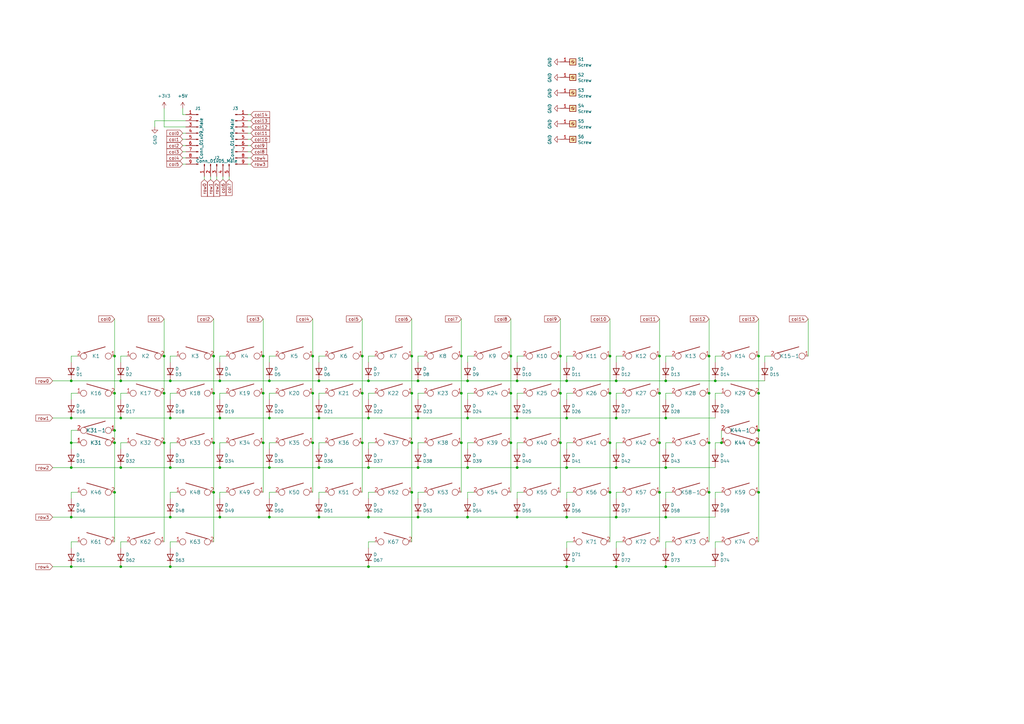
<source format=kicad_sch>
(kicad_sch (version 20211123) (generator eeschema)
  (paper "A3")
  (junction (at 189.23 181.61))
  (junction (at 189.23 161.29))
  (junction (at 191.77 191.77))
  (junction (at 273.05 191.77))
  (junction (at 252.73 232.41))
  (junction (at 87.63 146.05))
  (junction (at 110.49 212.09))
  (junction (at 273.05 212.09))
  (junction (at 130.81 191.77))
  (junction (at 191.77 171.45))
  (junction (at 171.45 191.77))
  (junction (at 69.85 171.45))
  (junction (at 252.73 156.21))
  (junction (at 168.91 181.61))
  (junction (at 46.99 201.93))
  (junction (at 191.77 156.21))
  (junction (at 49.53 156.21))
  (junction (at 290.83 201.93))
  (junction (at 250.19 161.29))
  (junction (at 107.95 146.05))
  (junction (at 311.15 146.05))
  (junction (at 209.55 181.61))
  (junction (at 168.91 161.29))
  (junction (at 128.27 146.05))
  (junction (at 295.91 181.61))
  (junction (at 151.13 232.41))
  (junction (at 311.15 201.93))
  (junction (at 168.91 146.05))
  (junction (at 87.63 161.29))
  (junction (at 90.17 191.77))
  (junction (at 311.15 176.53))
  (junction (at 130.81 171.45))
  (junction (at 110.49 191.77))
  (junction (at 87.63 181.61))
  (junction (at 270.51 201.93))
  (junction (at 168.91 201.93))
  (junction (at 46.99 161.29))
  (junction (at 69.85 191.77))
  (junction (at 128.27 161.29))
  (junction (at 29.21 232.41))
  (junction (at 46.99 146.05))
  (junction (at 90.17 212.09))
  (junction (at 69.85 232.41))
  (junction (at 273.05 232.41))
  (junction (at 290.83 146.05))
  (junction (at 209.55 161.29))
  (junction (at 311.15 181.61))
  (junction (at 67.31 146.05))
  (junction (at 270.51 161.29))
  (junction (at 232.41 191.77))
  (junction (at 87.63 201.93))
  (junction (at 29.21 156.21))
  (junction (at 128.27 181.61))
  (junction (at 250.19 181.61))
  (junction (at 90.17 171.45))
  (junction (at 67.31 181.61))
  (junction (at 212.09 156.21))
  (junction (at 171.45 156.21))
  (junction (at 110.49 171.45))
  (junction (at 232.41 212.09))
  (junction (at 232.41 156.21))
  (junction (at 229.87 161.29))
  (junction (at 229.87 181.61))
  (junction (at 49.53 232.41))
  (junction (at 293.37 156.21))
  (junction (at 69.85 212.09))
  (junction (at 252.73 191.77))
  (junction (at 148.59 181.61))
  (junction (at 270.51 146.05))
  (junction (at 250.19 201.93))
  (junction (at 69.85 156.21))
  (junction (at 232.41 232.41))
  (junction (at 189.23 146.05))
  (junction (at 191.77 212.09))
  (junction (at 29.21 212.09))
  (junction (at 130.81 212.09))
  (junction (at 110.49 156.21))
  (junction (at 212.09 212.09))
  (junction (at 229.87 146.05))
  (junction (at 252.73 212.09))
  (junction (at 273.05 171.45))
  (junction (at 49.53 171.45))
  (junction (at 290.83 161.29))
  (junction (at 212.09 171.45))
  (junction (at 171.45 171.45))
  (junction (at 46.99 181.61))
  (junction (at 273.05 156.21))
  (junction (at 148.59 161.29))
  (junction (at 151.13 212.09))
  (junction (at 67.31 161.29))
  (junction (at 90.17 156.21))
  (junction (at 171.45 212.09))
  (junction (at 151.13 156.21))
  (junction (at 290.83 181.61))
  (junction (at 107.95 161.29))
  (junction (at 212.09 191.77))
  (junction (at 29.21 171.45))
  (junction (at 130.81 156.21))
  (junction (at 270.51 181.61))
  (junction (at 151.13 191.77))
  (junction (at 311.15 161.29))
  (junction (at 148.59 146.05))
  (junction (at 29.21 191.77))
  (junction (at 252.73 171.45))
  (junction (at 232.41 171.45))
  (junction (at 151.13 171.45))
  (junction (at 49.53 191.77))
  (junction (at 209.55 146.05))
  (junction (at 29.21 181.61))
  (junction (at 46.99 176.53))
  (junction (at 107.95 181.61))
  (junction (at 250.19 146.05))
  (wire (pts (xy 49.53 163.83) (xy 49.53 161.29)))
  (wire (pts (xy 93.98 73.66) (xy 93.98 72.39)))
  (wire (pts (xy 151.13 212.09) (xy 171.45 212.09)))
  (wire (pts (xy 250.19 201.93) (xy 250.19 181.61)))
  (wire (pts (xy 29.21 146.05) (xy 31.75 146.05)))
  (wire (pts (xy 67.31 44.45) (xy 67.31 52.07)))
  (wire (pts (xy 69.85 191.77) (xy 49.53 191.77)))
  (wire (pts (xy 191.77 161.29) (xy 194.31 161.29)))
  (wire (pts (xy 102.87 57.15) (xy 101.6 57.15)))
  (wire (pts (xy 69.85 181.61) (xy 72.39 181.61)))
  (wire (pts (xy 189.23 161.29) (xy 189.23 181.61)))
  (wire (pts (xy 74.93 62.23) (xy 76.2 62.23)))
  (wire (pts (xy 191.77 181.61) (xy 194.31 181.61)))
  (wire (pts (xy 293.37 184.15) (xy 293.37 181.61)))
  (wire (pts (xy 110.49 148.59) (xy 110.49 146.05)))
  (wire (pts (xy 232.41 163.83) (xy 232.41 161.29)))
  (wire (pts (xy 212.09 171.45) (xy 232.41 171.45)))
  (wire (pts (xy 90.17 204.47) (xy 90.17 201.93)))
  (wire (pts (xy 69.85 156.21) (xy 90.17 156.21)))
  (wire (pts (xy 148.59 161.29) (xy 148.59 181.61)))
  (wire (pts (xy 151.13 156.21) (xy 171.45 156.21)))
  (wire (pts (xy 252.73 201.93) (xy 255.27 201.93)))
  (wire (pts (xy 331.47 130.81) (xy 331.47 146.05)))
  (wire (pts (xy 293.37 204.47) (xy 293.37 201.93)))
  (wire (pts (xy 69.85 163.83) (xy 69.85 161.29)))
  (wire (pts (xy 69.85 232.41) (xy 49.53 232.41)))
  (wire (pts (xy 311.15 176.53) (xy 311.15 181.61)))
  (wire (pts (xy 293.37 146.05) (xy 295.91 146.05)))
  (wire (pts (xy 252.73 204.47) (xy 252.73 201.93)))
  (wire (pts (xy 74.93 57.15) (xy 76.2 57.15)))
  (wire (pts (xy 252.73 222.25) (xy 255.27 222.25)))
  (wire (pts (xy 102.87 67.31) (xy 101.6 67.31)))
  (wire (pts (xy 311.15 130.81) (xy 311.15 146.05)))
  (wire (pts (xy 46.99 201.93) (xy 46.99 222.25)))
  (wire (pts (xy 102.87 46.99) (xy 101.6 46.99)))
  (wire (pts (xy 87.63 181.61) (xy 87.63 201.93)))
  (wire (pts (xy 130.81 163.83) (xy 130.81 161.29)))
  (wire (pts (xy 90.17 171.45) (xy 110.49 171.45)))
  (wire (pts (xy 189.23 181.61) (xy 189.23 201.93)))
  (wire (pts (xy 273.05 224.79) (xy 273.05 222.25)))
  (wire (pts (xy 46.99 146.05) (xy 46.99 161.29)))
  (wire (pts (xy 130.81 201.93) (xy 133.35 201.93)))
  (wire (pts (xy 293.37 161.29) (xy 295.91 161.29)))
  (wire (pts (xy 191.77 212.09) (xy 212.09 212.09)))
  (wire (pts (xy 171.45 201.93) (xy 173.99 201.93)))
  (wire (pts (xy 87.63 161.29) (xy 87.63 181.61)))
  (wire (pts (xy 171.45 171.45) (xy 191.77 171.45)))
  (wire (pts (xy 29.21 171.45) (xy 49.53 171.45)))
  (wire (pts (xy 110.49 163.83) (xy 110.49 161.29)))
  (wire (pts (xy 90.17 146.05) (xy 92.71 146.05)))
  (wire (pts (xy 270.51 146.05) (xy 270.51 161.29)))
  (wire (pts (xy 83.82 73.66) (xy 83.82 72.39)))
  (wire (pts (xy 252.73 161.29) (xy 255.27 161.29)))
  (wire (pts (xy 191.77 191.77) (xy 171.45 191.77)))
  (wire (pts (xy 168.91 146.05) (xy 168.91 130.81)))
  (wire (pts (xy 49.53 222.25) (xy 52.07 222.25)))
  (wire (pts (xy 171.45 146.05) (xy 173.99 146.05)))
  (wire (pts (xy 130.81 148.59) (xy 130.81 146.05)))
  (wire (pts (xy 293.37 201.93) (xy 295.91 201.93)))
  (wire (pts (xy 107.95 146.05) (xy 107.95 161.29)))
  (wire (pts (xy 290.83 146.05) (xy 290.83 130.81)))
  (wire (pts (xy 31.75 161.29) (xy 29.21 161.29)))
  (wire (pts (xy 151.13 204.47) (xy 151.13 201.93)))
  (wire (pts (xy 273.05 201.93) (xy 275.59 201.93)))
  (wire (pts (xy 171.45 191.77) (xy 151.13 191.77)))
  (wire (pts (xy 91.44 73.66) (xy 91.44 72.39)))
  (wire (pts (xy 74.93 64.77) (xy 76.2 64.77)))
  (wire (pts (xy 311.15 161.29) (xy 311.15 176.53)))
  (wire (pts (xy 21.59 171.45) (xy 29.21 171.45)))
  (wire (pts (xy 148.59 146.05) (xy 148.59 161.29)))
  (wire (pts (xy 151.13 201.93) (xy 153.67 201.93)))
  (wire (pts (xy 191.77 146.05) (xy 194.31 146.05)))
  (wire (pts (xy 130.81 171.45) (xy 151.13 171.45)))
  (wire (pts (xy 148.59 181.61) (xy 148.59 201.93)))
  (wire (pts (xy 212.09 212.09) (xy 232.41 212.09)))
  (wire (pts (xy 21.59 156.21) (xy 29.21 156.21)))
  (wire (pts (xy 313.69 146.05) (xy 316.23 146.05)))
  (wire (pts (xy 229.87 146.05) (xy 229.87 161.29)))
  (wire (pts (xy 67.31 52.07) (xy 76.2 52.07)))
  (wire (pts (xy 88.9 73.66) (xy 88.9 72.39)))
  (wire (pts (xy 29.21 224.79) (xy 29.21 222.25)))
  (wire (pts (xy 232.41 201.93) (xy 234.95 201.93)))
  (wire (pts (xy 252.73 184.15) (xy 252.73 181.61)))
  (wire (pts (xy 90.17 161.29) (xy 92.71 161.29)))
  (wire (pts (xy 130.81 191.77) (xy 110.49 191.77)))
  (wire (pts (xy 90.17 201.93) (xy 92.71 201.93)))
  (wire (pts (xy 151.13 222.25) (xy 153.67 222.25)))
  (wire (pts (xy 90.17 184.15) (xy 90.17 181.61)))
  (wire (pts (xy 252.73 163.83) (xy 252.73 161.29)))
  (wire (pts (xy 69.85 148.59) (xy 69.85 146.05)))
  (wire (pts (xy 252.73 232.41) (xy 232.41 232.41)))
  (wire (pts (xy 31.75 176.53) (xy 29.21 176.53)))
  (wire (pts (xy 49.53 171.45) (xy 69.85 171.45)))
  (wire (pts (xy 151.13 224.79) (xy 151.13 222.25)))
  (wire (pts (xy 151.13 171.45) (xy 171.45 171.45)))
  (wire (pts (xy 29.21 176.53) (xy 29.21 181.61)))
  (wire (pts (xy 191.77 171.45) (xy 212.09 171.45)))
  (wire (pts (xy 191.77 201.93) (xy 194.31 201.93)))
  (wire (pts (xy 209.55 146.05) (xy 209.55 130.81)))
  (wire (pts (xy 49.53 184.15) (xy 49.53 181.61)))
  (wire (pts (xy 171.45 212.09) (xy 191.77 212.09)))
  (wire (pts (xy 151.13 163.83) (xy 151.13 161.29)))
  (wire (pts (xy 67.31 181.61) (xy 67.31 222.25)))
  (wire (pts (xy 86.36 73.66) (xy 86.36 72.39)))
  (wire (pts (xy 232.41 224.79) (xy 232.41 222.25)))
  (wire (pts (xy 29.21 156.21) (xy 49.53 156.21)))
  (wire (pts (xy 128.27 161.29) (xy 128.27 146.05)))
  (wire (pts (xy 293.37 163.83) (xy 293.37 161.29)))
  (wire (pts (xy 46.99 161.29) (xy 46.99 176.53)))
  (wire (pts (xy 252.73 181.61) (xy 255.27 181.61)))
  (wire (pts (xy 313.69 148.59) (xy 313.69 146.05)))
  (wire (pts (xy 87.63 130.81) (xy 87.63 146.05)))
  (wire (pts (xy 311.15 181.61) (xy 311.15 201.93)))
  (wire (pts (xy 110.49 204.47) (xy 110.49 201.93)))
  (wire (pts (xy 212.09 184.15) (xy 212.09 181.61)))
  (wire (pts (xy 130.81 146.05) (xy 133.35 146.05)))
  (wire (pts (xy 232.41 184.15) (xy 232.41 181.61)))
  (wire (pts (xy 107.95 130.81) (xy 107.95 146.05)))
  (wire (pts (xy 130.81 184.15) (xy 130.81 181.61)))
  (wire (pts (xy 29.21 181.61) (xy 31.75 181.61)))
  (wire (pts (xy 128.27 146.05) (xy 128.27 130.81)))
  (wire (pts (xy 63.5 49.53) (xy 76.2 49.53)))
  (wire (pts (xy 110.49 201.93) (xy 113.03 201.93)))
  (wire (pts (xy 293.37 181.61) (xy 295.91 181.61)))
  (wire (pts (xy 49.53 146.05) (xy 52.07 146.05)))
  (wire (pts (xy 49.53 224.79) (xy 49.53 222.25)))
  (wire (pts (xy 191.77 148.59) (xy 191.77 146.05)))
  (wire (pts (xy 171.45 163.83) (xy 171.45 161.29)))
  (wire (pts (xy 69.85 171.45) (xy 90.17 171.45)))
  (wire (pts (xy 293.37 222.25) (xy 295.91 222.25)))
  (wire (pts (xy 252.73 146.05) (xy 255.27 146.05)))
  (wire (pts (xy 273.05 148.59) (xy 273.05 146.05)))
  (wire (pts (xy 148.59 130.81) (xy 148.59 146.05)))
  (wire (pts (xy 270.51 161.29) (xy 270.51 181.61)))
  (wire (pts (xy 107.95 181.61) (xy 107.95 201.93)))
  (wire (pts (xy 212.09 161.29) (xy 214.63 161.29)))
  (wire (pts (xy 252.73 224.79) (xy 252.73 222.25)))
  (wire (pts (xy 293.37 156.21) (xy 313.69 156.21)))
  (wire (pts (xy 67.31 161.29) (xy 67.31 146.05)))
  (wire (pts (xy 273.05 156.21) (xy 293.37 156.21)))
  (wire (pts (xy 212.09 204.47) (xy 212.09 201.93)))
  (wire (pts (xy 130.81 204.47) (xy 130.81 201.93)))
  (wire (pts (xy 212.09 148.59) (xy 212.09 146.05)))
  (wire (pts (xy 110.49 146.05) (xy 113.03 146.05)))
  (wire (pts (xy 209.55 161.29) (xy 209.55 146.05)))
  (wire (pts (xy 293.37 148.59) (xy 293.37 146.05)))
  (wire (pts (xy 212.09 201.93) (xy 214.63 201.93)))
  (wire (pts (xy 232.41 148.59) (xy 232.41 146.05)))
  (wire (pts (xy 250.19 161.29) (xy 250.19 146.05)))
  (wire (pts (xy 273.05 171.45) (xy 293.37 171.45)))
  (wire (pts (xy 171.45 184.15) (xy 171.45 181.61)))
  (wire (pts (xy 130.81 156.21) (xy 151.13 156.21)))
  (wire (pts (xy 191.77 184.15) (xy 191.77 181.61)))
  (wire (pts (xy 67.31 146.05) (xy 67.31 130.81)))
  (wire (pts (xy 212.09 191.77) (xy 191.77 191.77)))
  (wire (pts (xy 87.63 201.93) (xy 87.63 222.25)))
  (wire (pts (xy 102.87 59.69) (xy 101.6 59.69)))
  (wire (pts (xy 90.17 181.61) (xy 92.71 181.61)))
  (wire (pts (xy 102.87 54.61) (xy 101.6 54.61)))
  (wire (pts (xy 102.87 49.53) (xy 101.6 49.53)))
  (wire (pts (xy 74.93 59.69) (xy 76.2 59.69)))
  (wire (pts (xy 69.85 204.47) (xy 69.85 201.93)))
  (wire (pts (xy 151.13 146.05) (xy 153.67 146.05)))
  (wire (pts (xy 189.23 130.81) (xy 189.23 146.05)))
  (wire (pts (xy 102.87 64.77) (xy 101.6 64.77)))
  (wire (pts (xy 69.85 212.09) (xy 90.17 212.09)))
  (wire (pts (xy 21.59 212.09) (xy 29.21 212.09)))
  (wire (pts (xy 110.49 212.09) (xy 130.81 212.09)))
  (wire (pts (xy 90.17 156.21) (xy 110.49 156.21)))
  (wire (pts (xy 273.05 184.15) (xy 273.05 181.61)))
  (wire (pts (xy 252.73 148.59) (xy 252.73 146.05)))
  (wire (pts (xy 90.17 191.77) (xy 69.85 191.77)))
  (wire (pts (xy 273.05 191.77) (xy 252.73 191.77)))
  (wire (pts (xy 151.13 191.77) (xy 130.81 191.77)))
  (wire (pts (xy 128.27 181.61) (xy 128.27 161.29)))
  (wire (pts (xy 209.55 201.93) (xy 209.55 181.61)))
  (wire (pts (xy 69.85 161.29) (xy 72.39 161.29)))
  (wire (pts (xy 232.41 204.47) (xy 232.41 201.93)))
  (wire (pts (xy 63.5 52.07) (xy 63.5 49.53)))
  (wire (pts (xy 46.99 130.81) (xy 46.99 146.05)))
  (wire (pts (xy 229.87 130.81) (xy 229.87 146.05)))
  (wire (pts (xy 273.05 232.41) (xy 252.73 232.41)))
  (wire (pts (xy 212.09 181.61) (xy 214.63 181.61)))
  (wire (pts (xy 46.99 176.53) (xy 46.99 181.61)))
  (wire (pts (xy 229.87 161.29) (xy 229.87 181.61)))
  (wire (pts (xy 29.21 161.29) (xy 29.21 163.83)))
  (wire (pts (xy 232.41 146.05) (xy 234.95 146.05)))
  (wire (pts (xy 290.83 181.61) (xy 290.83 161.29)))
  (wire (pts (xy 151.13 184.15) (xy 151.13 181.61)))
  (wire (pts (xy 232.41 181.61) (xy 234.95 181.61)))
  (wire (pts (xy 290.83 201.93) (xy 290.83 222.25)))
  (wire (pts (xy 151.13 232.41) (xy 232.41 232.41)))
  (wire (pts (xy 69.85 222.25) (xy 72.39 222.25)))
  (wire (pts (xy 29.21 191.77) (xy 21.59 191.77)))
  (wire (pts (xy 151.13 232.41) (xy 69.85 232.41)))
  (wire (pts (xy 191.77 163.83) (xy 191.77 161.29)))
  (wire (pts (xy 69.85 184.15) (xy 69.85 181.61)))
  (wire (pts (xy 171.45 148.59) (xy 171.45 146.05)))
  (wire (pts (xy 209.55 181.61) (xy 209.55 161.29)))
  (wire (pts (xy 171.45 156.21) (xy 191.77 156.21)))
  (wire (pts (xy 29.21 201.93) (xy 31.75 201.93)))
  (wire (pts (xy 273.05 222.25) (xy 275.59 222.25)))
  (wire (pts (xy 130.81 161.29) (xy 133.35 161.29)))
  (wire (pts (xy 252.73 212.09) (xy 273.05 212.09)))
  (wire (pts (xy 273.05 146.05) (xy 275.59 146.05)))
  (wire (pts (xy 168.91 161.29) (xy 168.91 146.05)))
  (wire (pts (xy 232.41 191.77) (xy 212.09 191.77)))
  (wire (pts (xy 232.41 161.29) (xy 234.95 161.29)))
  (wire (pts (xy 151.13 148.59) (xy 151.13 146.05)))
  (wire (pts (xy 90.17 212.09) (xy 110.49 212.09)))
  (wire (pts (xy 212.09 146.05) (xy 214.63 146.05)))
  (wire (pts (xy 232.41 156.21) (xy 252.73 156.21)))
  (wire (pts (xy 110.49 191.77) (xy 90.17 191.77)))
  (wire (pts (xy 311.15 146.05) (xy 311.15 161.29)))
  (wire (pts (xy 171.45 204.47) (xy 171.45 201.93)))
  (wire (pts (xy 90.17 163.83) (xy 90.17 161.29)))
  (wire (pts (xy 191.77 156.21) (xy 212.09 156.21)))
  (wire (pts (xy 252.73 156.21) (xy 273.05 156.21)))
  (wire (pts (xy 168.91 201.93) (xy 168.91 181.61)))
  (wire (pts (xy 212.09 156.21) (xy 232.41 156.21)))
  (wire (pts (xy 229.87 181.61) (xy 229.87 201.93)))
  (wire (pts (xy 110.49 181.61) (xy 113.03 181.61)))
  (wire (pts (xy 49.53 148.59) (xy 49.53 146.05)))
  (wire (pts (xy 273.05 161.29) (xy 275.59 161.29)))
  (wire (pts (xy 191.77 204.47) (xy 191.77 201.93)))
  (wire (pts (xy 232.41 222.25) (xy 234.95 222.25)))
  (wire (pts (xy 90.17 148.59) (xy 90.17 146.05)))
  (wire (pts (xy 110.49 156.21) (xy 130.81 156.21)))
  (wire (pts (xy 151.13 181.61) (xy 153.67 181.61)))
  (wire (pts (xy 29.21 212.09) (xy 69.85 212.09)))
  (wire (pts (xy 293.37 224.79) (xy 293.37 222.25)))
  (wire (pts (xy 130.81 212.09) (xy 151.13 212.09)))
  (wire (pts (xy 250.19 222.25) (xy 250.19 201.93)))
  (wire (pts (xy 74.93 46.99) (xy 76.2 46.99)))
  (wire (pts (xy 168.91 181.61) (xy 168.91 161.29)))
  (wire (pts (xy 290.83 181.61) (xy 290.83 201.93)))
  (wire (pts (xy 290.83 161.29) (xy 290.83 146.05)))
  (wire (pts (xy 252.73 191.77) (xy 232.41 191.77)))
  (wire (pts (xy 293.37 191.77) (xy 273.05 191.77)))
  (wire (pts (xy 130.81 181.61) (xy 133.35 181.61)))
  (wire (pts (xy 69.85 201.93) (xy 72.39 201.93)))
  (wire (pts (xy 69.85 224.79) (xy 69.85 222.25)))
  (wire (pts (xy 270.51 201.93) (xy 270.51 222.25)))
  (wire (pts (xy 270.51 130.81) (xy 270.51 146.05)))
  (wire (pts (xy 110.49 161.29) (xy 113.03 161.29)))
  (wire (pts (xy 67.31 181.61) (xy 67.31 161.29)))
  (wire (pts (xy 189.23 146.05) (xy 189.23 161.29)))
  (wire (pts (xy 29.21 184.15) (xy 29.21 181.61)))
  (wire (pts (xy 49.53 232.41) (xy 29.21 232.41)))
  (wire (pts (xy 49.53 161.29) (xy 52.07 161.29)))
  (wire (pts (xy 151.13 161.29) (xy 153.67 161.29)))
  (wire (pts (xy 46.99 181.61) (xy 46.99 201.93)))
  (wire (pts (xy 212.09 163.83) (xy 212.09 161.29)))
  (wire (pts (xy 29.21 148.59) (xy 29.21 146.05)))
  (wire (pts (xy 29.21 232.41) (xy 21.59 232.41)))
  (wire (pts (xy 171.45 161.29) (xy 173.99 161.29)))
  (wire (pts (xy 273.05 204.47) (xy 273.05 201.93)))
  (wire (pts (xy 29.21 204.47) (xy 29.21 201.93)))
  (wire (pts (xy 49.53 191.77) (xy 29.21 191.77)))
  (wire (pts (xy 250.19 181.61) (xy 250.19 161.29)))
  (wire (pts (xy 102.87 62.23) (xy 101.6 62.23)))
  (wire (pts (xy 232.41 212.09) (xy 252.73 212.09)))
  (wire (pts (xy 87.63 146.05) (xy 87.63 161.29)))
  (wire (pts (xy 49.53 181.61) (xy 52.07 181.61)))
  (wire (pts (xy 293.37 232.41) (xy 273.05 232.41)))
  (wire (pts (xy 110.49 171.45) (xy 130.81 171.45)))
  (wire (pts (xy 74.93 67.31) (xy 76.2 67.31)))
  (wire (pts (xy 311.15 201.93) (xy 311.15 222.25)))
  (wire (pts (xy 29.21 222.25) (xy 31.75 222.25)))
  (wire (pts (xy 69.85 146.05) (xy 72.39 146.05)))
  (wire (pts (xy 74.93 44.45) (xy 74.93 46.99)))
  (wire (pts (xy 270.51 181.61) (xy 270.51 201.93)))
  (wire (pts (xy 110.49 184.15) (xy 110.49 181.61)))
  (wire (pts (xy 273.05 212.09) (xy 293.37 212.09)))
  (wire (pts (xy 252.73 171.45) (xy 273.05 171.45)))
  (wire (pts (xy 232.41 171.45) (xy 252.73 171.45)))
  (wire (pts (xy 273.05 181.61) (xy 275.59 181.61)))
  (wire (pts (xy 107.95 161.29) (xy 107.95 181.61)))
  (wire (pts (xy 250.19 146.05) (xy 250.19 130.81)))
  (wire (pts (xy 171.45 181.61) (xy 173.99 181.61)))
  (wire (pts (xy 102.87 52.07) (xy 101.6 52.07)))
  (wire (pts (xy 74.93 54.61) (xy 76.2 54.61)))
  (wire (pts (xy 168.91 201.93) (xy 168.91 222.25)))
  (wire (pts (xy 128.27 201.93) (xy 128.27 181.61)))
  (wire (pts (xy 273.05 163.83) (xy 273.05 161.29)))
  (wire (pts (xy 49.53 156.21) (xy 69.85 156.21)))
  (wire (pts (xy 295.91 176.53) (xy 295.91 181.61)))
  (global_label "col8" (shape input) (at 209.55 130.81 180) (property "Intersheet References" "${INTERSHEET_REFS}" (effects hide)))
  (global_label "col13" (shape input) (at 311.15 130.81 180) (property "Intersheet References" "${INTERSHEET_REFS}" (effects hide)))
  (global_label "col4" (shape input) (at 128.27 130.81 180) (property "Intersheet References" "${INTERSHEET_REFS}" (effects hide)))
  (global_label "col8" (shape input) (at 102.87 62.23 0) (property "Intersheet References" "${INTERSHEET_REFS}" (effects hide)))
  (global_label "col11" (shape input) (at 102.87 54.61 0) (property "Intersheet References" "${INTERSHEET_REFS}" (effects hide)))
  (global_label "col12" (shape input) (at 290.83 130.81 180) (property "Intersheet References" "${INTERSHEET_REFS}" (effects hide)))
  (global_label "row2" (shape input) (at 88.9 73.66 270) (property "Intersheet References" "${INTERSHEET_REFS}" (effects hide)))
  (global_label "row4" (shape input) (at 102.87 64.77 0) (property "Intersheet References" "${INTERSHEET_REFS}" (effects hide)))
  (global_label "col10" (shape input) (at 250.19 130.81 180) (property "Intersheet References" "${INTERSHEET_REFS}" (effects hide)))
  (global_label "col0" (shape input) (at 46.99 130.81 180) (property "Intersheet References" "${INTERSHEET_REFS}" (effects hide)))
  (global_label "col10" (shape input) (at 102.87 57.15 0) (property "Intersheet References" "${INTERSHEET_REFS}" (effects hide)))
  (global_label "col6" (shape input) (at 168.91 130.81 180) (property "Intersheet References" "${INTERSHEET_REFS}" (effects hide)))
  (global_label "row1" (shape input) (at 21.59 171.45 180) (property "Intersheet References" "${INTERSHEET_REFS}" (effects hide)))
  (global_label "col7" (shape input) (at 189.23 130.81 180) (property "Intersheet References" "${INTERSHEET_REFS}" (effects hide)))
  (global_label "col4" (shape input) (at 74.93 64.77 180) (property "Intersheet References" "${INTERSHEET_REFS}" (effects hide)))
  (global_label "row2" (shape input) (at 21.59 191.77 180) (property "Intersheet References" "${INTERSHEET_REFS}" (effects hide)))
  (global_label "row3" (shape input) (at 21.59 212.09 180) (property "Intersheet References" "${INTERSHEET_REFS}" (effects hide)))
  (global_label "col3" (shape input) (at 107.95 130.81 180) (property "Intersheet References" "${INTERSHEET_REFS}" (effects hide)))
  (global_label "col1" (shape input) (at 74.93 57.15 180) (property "Intersheet References" "${INTERSHEET_REFS}" (effects hide)))
  (global_label "row4" (shape input) (at 21.59 232.41 180) (property "Intersheet References" "${INTERSHEET_REFS}" (effects hide)))
  (global_label "col6" (shape input) (at 91.44 73.66 270) (property "Intersheet References" "${INTERSHEET_REFS}" (effects hide)))
  (global_label "col12" (shape input) (at 102.87 52.07 0) (property "Intersheet References" "${INTERSHEET_REFS}" (effects hide)))
  (global_label "col0" (shape input) (at 74.93 54.61 180) (property "Intersheet References" "${INTERSHEET_REFS}" (effects hide)))
  (global_label "row0" (shape input) (at 83.82 73.66 270) (property "Intersheet References" "${INTERSHEET_REFS}" (effects hide)))
  (global_label "col2" (shape input) (at 74.93 59.69 180) (property "Intersheet References" "${INTERSHEET_REFS}" (effects hide)))
  (global_label "col11" (shape input) (at 270.51 130.81 180) (property "Intersheet References" "${INTERSHEET_REFS}" (effects hide)))
  (global_label "col14" (shape input) (at 331.47 130.81 180) (property "Intersheet References" "${INTERSHEET_REFS}" (effects hide)))
  (global_label "col14" (shape input) (at 102.87 46.99 0) (property "Intersheet References" "${INTERSHEET_REFS}" (effects hide)))
  (global_label "col2" (shape input) (at 87.63 130.81 180) (property "Intersheet References" "${INTERSHEET_REFS}" (effects hide)))
  (global_label "col5" (shape input) (at 74.93 67.31 180) (property "Intersheet References" "${INTERSHEET_REFS}" (effects hide)))
  (global_label "col5" (shape input) (at 148.59 130.81 180) (property "Intersheet References" "${INTERSHEET_REFS}" (effects hide)))
  (global_label "col7" (shape input) (at 93.98 73.66 270) (property "Intersheet References" "${INTERSHEET_REFS}" (effects hide)))
  (global_label "col9" (shape input) (at 102.87 59.69 0) (property "Intersheet References" "${INTERSHEET_REFS}" (effects hide)))
  (global_label "col1" (shape input) (at 67.31 130.81 180) (property "Intersheet References" "${INTERSHEET_REFS}" (effects hide)))
  (global_label "row0" (shape input) (at 21.59 156.21 180) (property "Intersheet References" "${INTERSHEET_REFS}" (effects hide)))
  (global_label "row1" (shape input) (at 86.36 73.66 270) (property "Intersheet References" "${INTERSHEET_REFS}" (effects hide)))
  (global_label "col3" (shape input) (at 74.93 62.23 180) (property "Intersheet References" "${INTERSHEET_REFS}" (effects hide)))
  (global_label "col9" (shape input) (at 229.87 130.81 180) (property "Intersheet References" "${INTERSHEET_REFS}" (effects hide)))
  (global_label "col13" (shape input) (at 102.87 49.53 0) (property "Intersheet References" "${INTERSHEET_REFS}" (effects hide)))
  (global_label "row3" (shape input) (at 102.87 67.31 0) (property "Intersheet References" "${INTERSHEET_REFS}" (effects hide)))
  (symbol (lib_id "Connector:Screw_Terminal_01x01") (at 234.95 25.4 0) (unit 1)
    (property "Reference" "S1" (at 236.982 24.3332 0) (effects (justify left)))
    (property "Value" "Screw" (at 236.982 26.6446 0) (effects (justify left)))
    (property "Footprint" "footprints:5.5_5x2.5mm" (effects hide))
  )
  (symbol (lib_id "Power:GND") (at 229.87 25.4 270) (unit 1)
    (property "Reference" "#PWR0114" (effects hide))
    (property "Value" "GND" (at 225.4758 25.527 0))
  )
  (symbol (lib_id "Connector:Screw_Terminal_01x01") (at 234.95 31.75 0) (unit 1)
    (property "Reference" "S2" (at 236.982 30.6832 0) (effects (justify left)))
    (property "Value" "Screw" (at 236.982 32.9946 0) (effects (justify left)))
    (property "Footprint" "footprints:5.5_5x2.5mm" (effects hide))
  )
  (symbol (lib_id "Power:GND") (at 229.87 31.75 270) (unit 1)
    (property "Reference" "#PWR0115" (effects hide))
    (property "Value" "GND" (at 225.4758 31.877 0))
  )
  (symbol (lib_id "Connector:Screw_Terminal_01x01") (at 234.95 38.1 0) (unit 1)
    (property "Reference" "S3" (at 236.982 37.0332 0) (effects (justify left)))
    (property "Value" "Screw" (at 236.982 39.3446 0) (effects (justify left)))
    (property "Footprint" "MountingHole:MountingHole_2.2mm_M2_Pad_TopOnly" (effects hide))
  )
  (symbol (lib_id "Power:GND") (at 229.87 38.1 270) (unit 1)
    (property "Reference" "#PWR0116" (effects hide))
    (property "Value" "GND" (at 225.4758 38.227 0))
  )
  (symbol (lib_id "Connector:Screw_Terminal_01x01") (at 234.95 44.45 0) (unit 1)
    (property "Reference" "S4" (at 236.982 43.3832 0) (effects (justify left)))
    (property "Value" "Screw" (at 236.982 45.6946 0) (effects (justify left)))
    (property "Footprint" "footprints:10x5_7x2.5mm" (effects hide))
  )
  (symbol (lib_id "Power:GND") (at 229.87 44.45 270) (unit 1)
    (property "Reference" "#PWR0117" (effects hide))
    (property "Value" "GND" (at 225.4758 44.577 0))
  )
  (symbol (lib_id "Connector:Screw_Terminal_01x01") (at 234.95 50.8 0) (unit 1)
    (property "Reference" "S5" (at 236.982 49.7332 0) (effects (justify left)))
    (property "Value" "Screw" (at 236.982 52.0446 0) (effects (justify left)))
    (property "Footprint" "footprints:10x5_7x2.5mm" (effects hide))
  )
  (symbol (lib_id "Power:GND") (at 229.87 50.8 270) (unit 1)
    (property "Reference" "#PWR0118" (effects hide))
    (property "Value" "GND" (at 225.4758 50.927 0))
  )
  (symbol (lib_id "Power:GND") (at 63.5 52.07 0) (unit 1)
    (property "Reference" "#PWR0111" (effects hide))
    (property "Value" "GND" (at 63.627 55.3212 90) (effects (justify right)))
  )
  (symbol (lib_id "Connector:Screw_Terminal_01x01") (at 234.95 57.15 0) (unit 1)
    (property "Reference" "S6" (at 236.982 56.0832 0) (effects (justify left)))
    (property "Value" "Screw" (at 236.982 58.3946 0) (effects (justify left)))
    (property "Footprint" "footprints:5.5_5x2.5mm" (effects hide))
  )
  (symbol (lib_id "Power:GND") (at 229.87 57.15 270) (unit 1)
    (property "Reference" "#PWR0119" (effects hide))
    (property "Value" "GND" (at 225.4758 57.277 0))
  )
  (symbol (lib_id "keyboard_parts:KEYSW") (at 39.37 146.05 0) (unit 1)
    (property "Reference" "K1" (at 39.37 146.05 0) (effects (font (size 1.524 1.524))))
    (property "Value" "KEYSW" (effects hide))
    (property "Footprint" "Switch_Keyboard_Hotswap_Kailh_mine:SW_Hotswap_Kailh_Choc_V2_1.00u" (effects hide))
  )
  (symbol (lib_id "Device:D") (at 29.21 152.4 270) (mirror x) (unit 1)
    (property "Reference" "D1" (at 31.2166 153.5684 90) (effects (justify left)))
    (property "Value" "D" (at 31.2166 151.257 90) (effects (justify left)))
    (property "Footprint" "Diode_SMD:D_0805_2012Metric" (effects hide))
  )
  (symbol (lib_id "keyboard_parts:KEYSW") (at 59.69 146.05 0) (mirror y) (unit 1)
    (property "Reference" "K2" (at 59.69 146.05 0) (effects (font (size 1.524 1.524))))
    (property "Value" "KEYSW" (effects hide))
    (property "Footprint" "Switch_Keyboard_Hotswap_Kailh_mine:SW_Hotswap_Kailh_Choc_V2_1.00u" (effects hide))
  )
  (symbol (lib_id "Device:D") (at 49.53 152.4 270) (mirror x) (unit 1)
    (property "Reference" "D2" (at 51.5366 153.5684 90) (effects (justify left)))
    (property "Value" "D" (at 51.5366 151.257 90) (effects (justify left)))
    (property "Footprint" "Diode_SMD:D_0805_2012Metric" (effects hide))
  )
  (symbol (lib_id "keyboard_parts:KEYSW") (at 80.01 146.05 0) (mirror y) (unit 1)
    (property "Reference" "K3" (at 80.01 146.05 0) (effects (font (size 1.524 1.524))))
    (property "Value" "KEYSW" (effects hide))
    (property "Footprint" "Switch_Keyboard_Hotswap_Kailh_mine:SW_Hotswap_Kailh_Choc_V2_1.00u" (effects hide))
  )
  (symbol (lib_id "Device:D") (at 69.85 152.4 270) (mirror x) (unit 1)
    (property "Reference" "D3" (at 71.8566 153.5684 90) (effects (justify left)))
    (property "Value" "D" (at 71.8566 151.257 90) (effects (justify left)))
    (property "Footprint" "Diode_SMD:D_0805_2012Metric" (effects hide))
  )
  (symbol (lib_id "keyboard_parts:KEYSW") (at 100.33 146.05 0) (unit 1)
    (property "Reference" "K4" (at 100.33 146.05 0) (effects (font (size 1.524 1.524))))
    (property "Value" "KEYSW" (effects hide))
    (property "Footprint" "Switch_Keyboard_Hotswap_Kailh_mine:SW_Hotswap_Kailh_Choc_V2_1.00u" (effects hide))
  )
  (symbol (lib_id "Device:D") (at 90.17 152.4 270) (mirror x) (unit 1)
    (property "Reference" "D4" (at 92.1766 153.5684 90) (effects (justify left)))
    (property "Value" "D" (at 92.1766 151.257 90) (effects (justify left)))
    (property "Footprint" "Diode_SMD:D_0805_2012Metric" (effects hide))
  )
  (symbol (lib_id "keyboard_parts:KEYSW") (at 120.65 146.05 0) (unit 1)
    (property "Reference" "K5" (at 120.65 146.05 0) (effects (font (size 1.524 1.524))))
    (property "Value" "KEYSW" (effects hide))
    (property "Footprint" "Switch_Keyboard_Hotswap_Kailh_mine:SW_Hotswap_Kailh_Choc_V2_1.00u" (effects hide))
  )
  (symbol (lib_id "Device:D") (at 110.49 152.4 270) (mirror x) (unit 1)
    (property "Reference" "D5" (at 112.4966 153.5684 90) (effects (justify left)))
    (property "Value" "D" (at 112.4966 151.257 90) (effects (justify left)))
    (property "Footprint" "Diode_SMD:D_0805_2012Metric" (effects hide))
  )
  (symbol (lib_id "keyboard_parts:KEYSW") (at 140.97 146.05 0) (unit 1)
    (property "Reference" "K6" (at 140.97 146.05 0) (effects (font (size 1.524 1.524))))
    (property "Value" "KEYSW" (effects hide))
    (property "Footprint" "Switch_Keyboard_Hotswap_Kailh_mine:SW_Hotswap_Kailh_Choc_V2_1.00u" (effects hide))
  )
  (symbol (lib_id "Device:D") (at 130.81 152.4 270) (mirror x) (unit 1)
    (property "Reference" "D6" (at 132.8166 153.5684 90) (effects (justify left)))
    (property "Value" "D" (at 132.8166 151.257 90) (effects (justify left)))
    (property "Footprint" "Diode_SMD:D_0805_2012Metric" (effects hide))
  )
  (symbol (lib_id "keyboard_parts:KEYSW") (at 161.29 146.05 0) (unit 1)
    (property "Reference" "K7" (at 161.29 146.05 0) (effects (font (size 1.524 1.524))))
    (property "Value" "KEYSW" (effects hide))
    (property "Footprint" "Switch_Keyboard_Hotswap_Kailh_mine:SW_Hotswap_Kailh_Choc_V2_1.00u" (effects hide))
  )
  (symbol (lib_id "Device:D") (at 151.13 152.4 270) (mirror x) (unit 1)
    (property "Reference" "D7" (at 153.1366 153.5684 90) (effects (justify left)))
    (property "Value" "D" (at 153.1366 151.257 90) (effects (justify left)))
    (property "Footprint" "Diode_SMD:D_0805_2012Metric" (effects hide))
  )
  (symbol (lib_id "keyboard_parts:KEYSW") (at 181.61 146.05 0) (unit 1)
    (property "Reference" "K8" (at 181.61 146.05 0) (effects (font (size 1.524 1.524))))
    (property "Value" "KEYSW" (effects hide))
    (property "Footprint" "Switch_Keyboard_Kailh_mine:SW_Kailh_Choc_V2_1.00u" (effects hide))
  )
  (symbol (lib_id "Device:D") (at 171.45 152.4 270) (mirror x) (unit 1)
    (property "Reference" "D8" (at 173.4566 153.5684 90) (effects (justify left)))
    (property "Value" "D" (at 173.4566 151.257 90) (effects (justify left)))
    (property "Footprint" "Diode_SMD:D_0805_2012Metric" (effects hide))
  )
  (symbol (lib_id "keyboard_parts:KEYSW") (at 201.93 146.05 0) (unit 1)
    (property "Reference" "K9" (at 201.93 146.05 0) (effects (font (size 1.524 1.524))))
    (property "Value" "KEYSW" (effects hide))
    (property "Footprint" "Switch_Keyboard_Hotswap_Kailh_mine:SW_Hotswap_Kailh_Choc_V2_1.00u" (effects hide))
  )
  (symbol (lib_id "Device:D") (at 191.77 152.4 270) (mirror x) (unit 1)
    (property "Reference" "D9" (at 193.7766 153.5684 90) (effects (justify left)))
    (property "Value" "D" (at 193.7766 151.257 90) (effects (justify left)))
    (property "Footprint" "Diode_SMD:D_0805_2012Metric" (effects hide))
  )
  (symbol (lib_id "keyboard_parts:KEYSW") (at 222.25 146.05 0) (unit 1)
    (property "Reference" "K10" (at 222.25 146.05 0) (effects (font (size 1.524 1.524))))
    (property "Value" "KEYSW" (effects hide))
    (property "Footprint" "Switch_Keyboard_Hotswap_Kailh_mine:SW_Hotswap_Kailh_Choc_V2_1.00u" (effects hide))
  )
  (symbol (lib_id "Device:D") (at 212.09 152.4 270) (mirror x) (unit 1)
    (property "Reference" "D10" (at 214.0966 153.5684 90) (effects (justify left)))
    (property "Value" "D" (at 214.0966 151.257 90) (effects (justify left)))
    (property "Footprint" "Diode_SMD:D_0805_2012Metric" (effects hide))
  )
  (symbol (lib_id "keyboard_parts:KEYSW") (at 242.57 146.05 0) (unit 1)
    (property "Reference" "K11" (at 242.57 146.05 0) (effects (font (size 1.524 1.524))))
    (property "Value" "KEYSW" (effects hide))
    (property "Footprint" "Switch_Keyboard_Hotswap_Kailh_mine:SW_Hotswap_Kailh_Choc_V2_1.00u" (effects hide))
  )
  (symbol (lib_id "Device:D") (at 232.41 152.4 270) (mirror x) (unit 1)
    (property "Reference" "D11" (at 234.4166 153.5684 90) (effects (justify left)))
    (property "Value" "D" (at 234.4166 151.257 90) (effects (justify left)))
    (property "Footprint" "Diode_SMD:D_0805_2012Metric" (effects hide))
  )
  (symbol (lib_id "keyboard_parts:KEYSW") (at 262.89 146.05 0) (unit 1)
    (property "Reference" "K12" (at 262.89 146.05 0) (effects (font (size 1.524 1.524))))
    (property "Value" "KEYSW" (effects hide))
    (property "Footprint" "Switch_Keyboard_Hotswap_Kailh_mine:SW_Hotswap_Kailh_Choc_V2_1.00u" (effects hide))
  )
  (symbol (lib_id "Device:D") (at 252.73 152.4 270) (mirror x) (unit 1)
    (property "Reference" "D12" (at 254.7366 153.5684 90) (effects (justify left)))
    (property "Value" "D" (at 254.7366 151.257 90) (effects (justify left)))
    (property "Footprint" "Diode_SMD:D_0805_2012Metric" (effects hide))
  )
  (symbol (lib_id "keyboard_parts:KEYSW") (at 283.21 146.05 0) (unit 1)
    (property "Reference" "K13" (at 283.21 146.05 0) (effects (font (size 1.524 1.524))))
    (property "Value" "KEYSW" (effects hide))
    (property "Footprint" "Switch_Keyboard_Hotswap_Kailh_mine:SW_Hotswap_Kailh_Choc_V2_1.00u" (effects hide))
  )
  (symbol (lib_id "Device:D") (at 273.05 152.4 270) (mirror x) (unit 1)
    (property "Reference" "D13" (at 275.0566 153.5684 90) (effects (justify left)))
    (property "Value" "D" (at 275.0566 151.257 90) (effects (justify left)))
    (property "Footprint" "Diode_SMD:D_0805_2012Metric" (effects hide))
  )
  (symbol (lib_id "keyboard_parts:KEYSW") (at 303.53 146.05 0) (unit 1)
    (property "Reference" "K14" (at 303.53 146.05 0) (effects (font (size 1.524 1.524))))
    (property "Value" "KEYSW" (effects hide))
    (property "Footprint" "Switch_Keyboard_Hotswap_Kailh_mine:SW_Hotswap_Kailh_Choc_V2_1.00u" (effects hide))
  )
  (symbol (lib_id "Device:D") (at 293.37 152.4 270) (mirror x) (unit 1)
    (property "Reference" "D14" (at 295.3766 153.5684 90) (effects (justify left)))
    (property "Value" "D" (at 295.3766 151.257 90) (effects (justify left)))
    (property "Footprint" "Diode_SMD:D_0805_2012Metric" (effects hide))
  )
  (symbol (lib_id "Device:D") (at 313.69 152.4 270) (mirror x) (unit 1)
    (property "Reference" "D15" (at 315.6966 153.5684 90) (effects (justify left)))
    (property "Value" "D" (at 315.6966 151.257 90) (effects (justify left)))
    (property "Footprint" "Diode_SMD:D_0805_2012Metric" (effects hide))
  )
  (symbol (lib_id "keyboard_parts:KEYSW") (at 39.37 161.29 0) (mirror y) (unit 1)
    (property "Reference" "K16" (at 39.37 161.29 0) (effects (font (size 1.524 1.524))))
    (property "Value" "KEYSW" (effects hide))
    (property "Footprint" "Switch_Keyboard_Hotswap_Kailh_mine:SW_Hotswap_Kailh_Choc_V2_1.50u" (effects hide))
  )
  (symbol (lib_id "Device:D") (at 29.21 167.64 270) (mirror x) (unit 1)
    (property "Reference" "D16" (at 31.2166 168.8084 90) (effects (justify left)))
    (property "Value" "D" (at 31.2166 166.497 90) (effects (justify left)))
    (property "Footprint" "Diode_SMD:D_0805_2012Metric" (effects hide))
  )
  (symbol (lib_id "keyboard_parts:KEYSW") (at 59.69 161.29 0) (mirror y) (unit 1)
    (property "Reference" "K17" (at 59.69 161.29 0) (effects (font (size 1.524 1.524))))
    (property "Value" "KEYSW" (effects hide))
    (property "Footprint" "Switch_Keyboard_Hotswap_Kailh_mine:SW_Hotswap_Kailh_Choc_V2_1.00u" (effects hide))
  )
  (symbol (lib_id "Device:D") (at 49.53 167.64 270) (mirror x) (unit 1)
    (property "Reference" "D17" (at 51.5366 168.8084 90) (effects (justify left)))
    (property "Value" "D" (at 51.5366 166.497 90) (effects (justify left)))
    (property "Footprint" "Diode_SMD:D_0805_2012Metric" (effects hide))
  )
  (symbol (lib_id "keyboard_parts:KEYSW") (at 80.01 161.29 0) (unit 1)
    (property "Reference" "K18" (at 80.01 161.29 0) (effects (font (size 1.524 1.524))))
    (property "Value" "KEYSW" (effects hide))
    (property "Footprint" "Switch_Keyboard_Hotswap_Kailh_mine:SW_Hotswap_Kailh_Choc_V2_1.00u" (effects hide))
  )
  (symbol (lib_id "Device:D") (at 69.85 167.64 270) (mirror x) (unit 1)
    (property "Reference" "D18" (at 71.8566 168.8084 90) (effects (justify left)))
    (property "Value" "D" (at 71.8566 166.497 90) (effects (justify left)))
    (property "Footprint" "Diode_SMD:D_0805_2012Metric" (effects hide))
  )
  (symbol (lib_id "keyboard_parts:KEYSW") (at 100.33 161.29 0) (unit 1)
    (property "Reference" "K19" (at 100.33 161.29 0) (effects (font (size 1.524 1.524))))
    (property "Value" "KEYSW" (effects hide))
    (property "Footprint" "Switch_Keyboard_Hotswap_Kailh_mine:SW_Hotswap_Kailh_Choc_V2_1.00u" (effects hide))
  )
  (symbol (lib_id "Device:D") (at 90.17 167.64 270) (mirror x) (unit 1)
    (property "Reference" "D19" (at 92.1766 168.8084 90) (effects (justify left)))
    (property "Value" "D" (at 92.1766 166.497 90) (effects (justify left)))
    (property "Footprint" "Diode_SMD:D_0805_2012Metric" (effects hide))
  )
  (symbol (lib_id "keyboard_parts:KEYSW") (at 120.65 161.29 0) (unit 1)
    (property "Reference" "K20" (at 120.65 161.29 0) (effects (font (size 1.524 1.524))))
    (property "Value" "KEYSW" (effects hide))
    (property "Footprint" "Switch_Keyboard_Hotswap_Kailh_mine:SW_Hotswap_Kailh_Choc_V2_1.00u" (effects hide))
  )
  (symbol (lib_id "Device:D") (at 110.49 167.64 270) (mirror x) (unit 1)
    (property "Reference" "D20" (at 112.4966 168.8084 90) (effects (justify left)))
    (property "Value" "D" (at 112.4966 166.497 90) (effects (justify left)))
    (property "Footprint" "Diode_SMD:D_0805_2012Metric" (effects hide))
  )
  (symbol (lib_id "keyboard_parts:KEYSW") (at 140.97 161.29 0) (unit 1)
    (property "Reference" "K21" (at 140.97 161.29 0) (effects (font (size 1.524 1.524))))
    (property "Value" "KEYSW" (effects hide))
    (property "Footprint" "Switch_Keyboard_Hotswap_Kailh_mine:SW_Hotswap_Kailh_Choc_V2_1.00u" (effects hide))
  )
  (symbol (lib_id "Device:D") (at 130.81 167.64 270) (mirror x) (unit 1)
    (property "Reference" "D21" (at 132.8166 168.8084 90) (effects (justify left)))
    (property "Value" "D" (at 132.8166 166.497 90) (effects (justify left)))
    (property "Footprint" "Diode_SMD:D_0805_2012Metric" (effects hide))
  )
  (symbol (lib_id "keyboard_parts:KEYSW") (at 161.29 161.29 0) (unit 1)
    (property "Reference" "K22" (at 161.29 161.29 0) (effects (font (size 1.524 1.524))))
    (property "Value" "KEYSW" (effects hide))
    (property "Footprint" "Switch_Keyboard_Hotswap_Kailh_mine:SW_Hotswap_Kailh_Choc_V2_1.00u" (effects hide))
  )
  (symbol (lib_id "Device:D") (at 151.13 167.64 270) (mirror x) (unit 1)
    (property "Reference" "D22" (at 153.1366 168.8084 90) (effects (justify left)))
    (property "Value" "D" (at 153.1366 166.497 90) (effects (justify left)))
    (property "Footprint" "Diode_SMD:D_0805_2012Metric" (effects hide))
  )
  (symbol (lib_id "keyboard_parts:KEYSW") (at 181.61 161.29 0) (unit 1)
    (property "Reference" "K23" (at 181.61 161.29 0) (effects (font (size 1.524 1.524))))
    (property "Value" "KEYSW" (effects hide))
    (property "Footprint" "Switch_Keyboard_Hotswap_Kailh_mine:SW_Hotswap_Kailh_Choc_V2_1.00u" (effects hide))
  )
  (symbol (lib_id "Device:D") (at 171.45 167.64 270) (mirror x) (unit 1)
    (property "Reference" "D23" (at 173.4566 168.8084 90) (effects (justify left)))
    (property "Value" "D" (at 173.4566 166.497 90) (effects (justify left)))
    (property "Footprint" "Diode_SMD:D_0805_2012Metric" (effects hide))
  )
  (symbol (lib_id "keyboard_parts:KEYSW") (at 201.93 161.29 0) (unit 1)
    (property "Reference" "K24" (at 201.93 161.29 0) (effects (font (size 1.524 1.524))))
    (property "Value" "KEYSW" (effects hide))
    (property "Footprint" "Switch_Keyboard_Hotswap_Kailh_mine:SW_Hotswap_Kailh_Choc_V2_1.00u" (effects hide))
  )
  (symbol (lib_id "Device:D") (at 191.77 167.64 270) (mirror x) (unit 1)
    (property "Reference" "D24" (at 193.7766 168.8084 90) (effects (justify left)))
    (property "Value" "D" (at 193.7766 166.497 90) (effects (justify left)))
    (property "Footprint" "Diode_SMD:D_0805_2012Metric" (effects hide))
  )
  (symbol (lib_id "keyboard_parts:KEYSW") (at 222.25 161.29 0) (unit 1)
    (property "Reference" "K25" (at 222.25 161.29 0) (effects (font (size 1.524 1.524))))
    (property "Value" "KEYSW" (effects hide))
    (property "Footprint" "Switch_Keyboard_Hotswap_Kailh_mine:SW_Hotswap_Kailh_Choc_V2_1.00u" (effects hide))
  )
  (symbol (lib_id "Device:D") (at 212.09 167.64 270) (mirror x) (unit 1)
    (property "Reference" "D25" (at 214.0966 168.8084 90) (effects (justify left)))
    (property "Value" "D" (at 214.0966 166.497 90) (effects (justify left)))
    (property "Footprint" "Diode_SMD:D_0805_2012Metric" (effects hide))
  )
  (symbol (lib_id "keyboard_parts:KEYSW") (at 242.57 161.29 0) (unit 1)
    (property "Reference" "K26" (at 242.57 161.29 0) (effects (font (size 1.524 1.524))))
    (property "Value" "KEYSW" (effects hide))
    (property "Footprint" "Switch_Keyboard_Hotswap_Kailh_mine:SW_Hotswap_Kailh_Choc_V2_1.00u" (effects hide))
  )
  (symbol (lib_id "Device:D") (at 232.41 167.64 270) (mirror x) (unit 1)
    (property "Reference" "D26" (at 234.4166 168.8084 90) (effects (justify left)))
    (property "Value" "D" (at 234.4166 166.497 90) (effects (justify left)))
    (property "Footprint" "Diode_SMD:D_0805_2012Metric" (effects hide))
  )
  (symbol (lib_id "keyboard_parts:KEYSW") (at 262.89 161.29 0) (unit 1)
    (property "Reference" "K27" (at 262.89 161.29 0) (effects (font (size 1.524 1.524))))
    (property "Value" "KEYSW" (effects hide))
    (property "Footprint" "Switch_Keyboard_Hotswap_Kailh_mine:SW_Hotswap_Kailh_Choc_V2_1.00u" (effects hide))
  )
  (symbol (lib_id "Device:D") (at 252.73 167.64 270) (mirror x) (unit 1)
    (property "Reference" "D27" (at 254.7366 168.8084 90) (effects (justify left)))
    (property "Value" "D" (at 254.7366 166.497 90) (effects (justify left)))
    (property "Footprint" "Diode_SMD:D_0805_2012Metric" (effects hide))
  )
  (symbol (lib_id "keyboard_parts:KEYSW") (at 283.21 161.29 0) (unit 1)
    (property "Reference" "K28" (at 283.21 161.29 0) (effects (font (size 1.524 1.524))))
    (property "Value" "KEYSW" (effects hide))
    (property "Footprint" "Switch_Keyboard_Hotswap_Kailh_mine:SW_Hotswap_Kailh_Choc_V2_1.00u" (effects hide))
  )
  (symbol (lib_id "Device:D") (at 273.05 167.64 270) (mirror x) (unit 1)
    (property "Reference" "D28" (at 275.0566 168.8084 90) (effects (justify left)))
    (property "Value" "D" (at 275.0566 166.497 90) (effects (justify left)))
    (property "Footprint" "Diode_SMD:D_0805_2012Metric" (effects hide))
  )
  (symbol (lib_id "keyboard_parts:KEYSW") (at 303.53 161.29 0) (mirror y) (unit 1)
    (property "Reference" "K29" (at 303.53 161.29 0) (effects (font (size 1.524 1.524))))
    (property "Value" "KEYSW" (effects hide))
    (property "Footprint" "Switch_Keyboard_Hotswap_Kailh_mine:SW_Hotswap_Kailh_Choc_V2_1.50u" (effects hide))
  )
  (symbol (lib_id "Device:D") (at 293.37 167.64 270) (mirror x) (unit 1)
    (property "Reference" "D29" (at 295.3766 168.8084 90) (effects (justify left)))
    (property "Value" "D" (at 295.3766 166.497 90) (effects (justify left)))
    (property "Footprint" "Diode_SMD:D_0805_2012Metric" (effects hide))
  )
  (symbol (lib_id "keyboard_parts:KEYSW") (at 39.37 181.61 0) (mirror y) (unit 1)
    (property "Reference" "K31" (at 39.37 181.61 0) (effects (font (size 1.524 1.524))))
    (property "Value" "KEYSW" (effects hide))
    (property "Footprint" "Switch_Keyboard_Hotswap_Kailh_mine:SW_Hotswap_Kailh_Choc_V2_1.75u" (effects hide))
  )
  (symbol (lib_id "Device:D") (at 29.21 187.96 270) (mirror x) (unit 1)
    (property "Reference" "D31" (at 31.2166 189.1284 90) (effects (justify left)))
    (property "Value" "D" (at 31.2166 186.817 90) (effects (justify left)))
    (property "Footprint" "Diode_SMD:D_0805_2012Metric" (effects hide))
  )
  (symbol (lib_id "keyboard_parts:KEYSW") (at 59.69 181.61 0) (mirror y) (unit 1)
    (property "Reference" "K32" (at 59.69 181.61 0) (effects (font (size 1.524 1.524))))
    (property "Value" "KEYSW" (effects hide))
    (property "Footprint" "Switch_Keyboard_Hotswap_Kailh_mine:SW_Hotswap_Kailh_Choc_V2_1.00u" (effects hide))
  )
  (symbol (lib_id "Device:D") (at 49.53 187.96 270) (mirror x) (unit 1)
    (property "Reference" "D32" (at 51.5366 189.1284 90) (effects (justify left)))
    (property "Value" "D" (at 51.5366 186.817 90) (effects (justify left)))
    (property "Footprint" "Diode_SMD:D_0805_2012Metric" (effects hide))
  )
  (symbol (lib_id "keyboard_parts:KEYSW") (at 80.01 181.61 0) (unit 1)
    (property "Reference" "K33" (at 80.01 181.61 0) (effects (font (size 1.524 1.524))))
    (property "Value" "KEYSW" (effects hide))
    (property "Footprint" "Switch_Keyboard_Hotswap_Kailh_mine:SW_Hotswap_Kailh_Choc_V2_1.00u" (effects hide))
  )
  (symbol (lib_id "Device:D") (at 69.85 187.96 270) (mirror x) (unit 1)
    (property "Reference" "D33" (at 71.8566 189.1284 90) (effects (justify left)))
    (property "Value" "D" (at 71.8566 186.817 90) (effects (justify left)))
    (property "Footprint" "Diode_SMD:D_0805_2012Metric" (effects hide))
  )
  (symbol (lib_id "keyboard_parts:KEYSW") (at 100.33 181.61 0) (unit 1)
    (property "Reference" "K34" (at 100.33 181.61 0) (effects (font (size 1.524 1.524))))
    (property "Value" "KEYSW" (effects hide))
    (property "Footprint" "Switch_Keyboard_Hotswap_Kailh_mine:SW_Hotswap_Kailh_Choc_V2_1.00u" (effects hide))
  )
  (symbol (lib_id "Device:D") (at 90.17 187.96 270) (mirror x) (unit 1)
    (property "Reference" "D34" (at 92.1766 189.1284 90) (effects (justify left)))
    (property "Value" "D" (at 92.1766 186.817 90) (effects (justify left)))
    (property "Footprint" "Diode_SMD:D_0805_2012Metric" (effects hide))
  )
  (symbol (lib_id "keyboard_parts:KEYSW") (at 120.65 181.61 0) (unit 1)
    (property "Reference" "K35" (at 120.65 181.61 0) (effects (font (size 1.524 1.524))))
    (property "Value" "KEYSW" (effects hide))
    (property "Footprint" "Switch_Keyboard_Hotswap_Kailh_mine:SW_Hotswap_Kailh_Choc_V2_1.00u" (effects hide))
  )
  (symbol (lib_id "Device:D") (at 110.49 187.96 270) (mirror x) (unit 1)
    (property "Reference" "D35" (at 112.4966 189.1284 90) (effects (justify left)))
    (property "Value" "D" (at 112.4966 186.817 90) (effects (justify left)))
    (property "Footprint" "Diode_SMD:D_0805_2012Metric" (effects hide))
  )
  (symbol (lib_id "keyboard_parts:KEYSW") (at 140.97 181.61 0) (unit 1)
    (property "Reference" "K36" (at 140.97 181.61 0) (effects (font (size 1.524 1.524))))
    (property "Value" "KEYSW" (effects hide))
    (property "Footprint" "Switch_Keyboard_Hotswap_Kailh_mine:SW_Hotswap_Kailh_Choc_V2_1.00u" (effects hide))
  )
  (symbol (lib_id "Device:D") (at 130.81 187.96 270) (mirror x) (unit 1)
    (property "Reference" "D36" (at 132.8166 189.1284 90) (effects (justify left)))
    (property "Value" "D" (at 132.8166 186.817 90) (effects (justify left)))
    (property "Footprint" "Diode_SMD:D_0805_2012Metric" (effects hide))
  )
  (symbol (lib_id "keyboard_parts:KEYSW") (at 161.29 181.61 0) (mirror y) (unit 1)
    (property "Reference" "K37" (at 161.29 181.61 0) (effects (font (size 1.524 1.524))))
    (property "Value" "KEYSW" (effects hide))
    (property "Footprint" "Switch_Keyboard_Hotswap_Kailh_mine:SW_Hotswap_Kailh_Choc_V2_1.00u" (effects hide))
  )
  (symbol (lib_id "Device:D") (at 151.13 187.96 270) (mirror x) (unit 1)
    (property "Reference" "D37" (at 153.1366 189.1284 90) (effects (justify left)))
    (property "Value" "D" (at 153.1366 186.817 90) (effects (justify left)))
    (property "Footprint" "Diode_SMD:D_0805_2012Metric" (effects hide))
  )
  (symbol (lib_id "keyboard_parts:KEYSW") (at 181.61 181.61 0) (unit 1)
    (property "Reference" "K38" (at 181.61 181.61 0) (effects (font (size 1.524 1.524))))
    (property "Value" "KEYSW" (effects hide))
    (property "Footprint" "Switch_Keyboard_Hotswap_Kailh_mine:SW_Hotswap_Kailh_Choc_V2_1.00u" (effects hide))
  )
  (symbol (lib_id "Device:D") (at 171.45 187.96 270) (mirror x) (unit 1)
    (property "Reference" "D38" (at 173.4566 189.1284 90) (effects (justify left)))
    (property "Value" "D" (at 173.4566 186.817 90) (effects (justify left)))
    (property "Footprint" "Diode_SMD:D_0805_2012Metric" (effects hide))
  )
  (symbol (lib_id "keyboard_parts:KEYSW") (at 201.93 181.61 0) (unit 1)
    (property "Reference" "K39" (at 201.93 181.61 0) (effects (font (size 1.524 1.524))))
    (property "Value" "KEYSW" (effects hide))
    (property "Footprint" "Switch_Keyboard_Hotswap_Kailh_mine:SW_Hotswap_Kailh_Choc_V2_1.00u" (effects hide))
  )
  (symbol (lib_id "Device:D") (at 191.77 187.96 270) (mirror x) (unit 1)
    (property "Reference" "D39" (at 193.7766 189.1284 90) (effects (justify left)))
    (property "Value" "D" (at 193.7766 186.817 90) (effects (justify left)))
    (property "Footprint" "Diode_SMD:D_0805_2012Metric" (effects hide))
  )
  (symbol (lib_id "keyboard_parts:KEYSW") (at 222.25 181.61 0) (unit 1)
    (property "Reference" "K40" (at 222.25 181.61 0) (effects (font (size 1.524 1.524))))
    (property "Value" "KEYSW" (effects hide))
    (property "Footprint" "Switch_Keyboard_Hotswap_Kailh_mine:SW_Hotswap_Kailh_Choc_V2_1.00u" (effects hide))
  )
  (symbol (lib_id "Device:D") (at 212.09 187.96 270) (mirror x) (unit 1)
    (property "Reference" "D40" (at 214.0966 189.1284 90) (effects (justify left)))
    (property "Value" "D" (at 214.0966 186.817 90) (effects (justify left)))
    (property "Footprint" "Diode_SMD:D_0805_2012Metric" (effects hide))
  )
  (symbol (lib_id "keyboard_parts:KEYSW") (at 242.57 181.61 0) (unit 1)
    (property "Reference" "K41" (at 242.57 181.61 0) (effects (font (size 1.524 1.524))))
    (property "Value" "KEYSW" (effects hide))
    (property "Footprint" "Switch_Keyboard_Hotswap_Kailh_mine:SW_Hotswap_Kailh_Choc_V2_1.00u" (effects hide))
  )
  (symbol (lib_id "Device:D") (at 232.41 187.96 270) (mirror x) (unit 1)
    (property "Reference" "D41" (at 234.4166 189.1284 90) (effects (justify left)))
    (property "Value" "D" (at 234.4166 186.817 90) (effects (justify left)))
    (property "Footprint" "Diode_SMD:D_0805_2012Metric" (effects hide))
  )
  (symbol (lib_id "keyboard_parts:KEYSW") (at 262.89 181.61 0) (unit 1)
    (property "Reference" "K42" (at 262.89 181.61 0) (effects (font (size 1.524 1.524))))
    (property "Value" "KEYSW" (effects hide))
    (property "Footprint" "Switch_Keyboard_Hotswap_Kailh_mine:SW_Hotswap_Kailh_Choc_V2_1.00u" (effects hide))
  )
  (symbol (lib_id "Device:D") (at 252.73 187.96 270) (mirror x) (unit 1)
    (property "Reference" "D42" (at 254.7366 189.1284 90) (effects (justify left)))
    (property "Value" "D" (at 254.7366 186.817 90) (effects (justify left)))
    (property "Footprint" "Diode_SMD:D_0805_2012Metric" (effects hide))
  )
  (symbol (lib_id "keyboard_parts:KEYSW") (at 283.21 181.61 0) (unit 1)
    (property "Reference" "K43" (at 283.21 181.61 0) (effects (font (size 1.524 1.524))))
    (property "Value" "KEYSW" (effects hide))
    (property "Footprint" "Switch_Keyboard_Hotswap_Kailh_mine:SW_Hotswap_Kailh_Choc_V2_1.00u" (effects hide))
  )
  (symbol (lib_id "Device:D") (at 273.05 187.96 270) (mirror x) (unit 1)
    (property "Reference" "D43" (at 275.0566 189.1284 90) (effects (justify left)))
    (property "Value" "D" (at 275.0566 186.817 90) (effects (justify left)))
    (property "Footprint" "Diode_SMD:D_0805_2012Metric" (effects hide))
  )
  (symbol (lib_id "keyboard_parts:KEYSW") (at 303.53 181.61 0) (mirror y) (unit 1)
    (property "Reference" "K44" (at 303.53 181.61 0) (effects (font (size 1.524 1.524))))
    (property "Value" "KEYSW" (effects hide))
    (property "Footprint" "Switch_Keyboard_Hotswap_Kailh_mine:SW_Hotswap_Kailh_Choc_V2_2.25u" (effects hide))
  )
  (symbol (lib_id "Device:D") (at 293.37 187.96 270) (mirror x) (unit 1)
    (property "Reference" "D44" (at 295.3766 189.1284 90) (effects (justify left)))
    (property "Value" "D" (at 295.3766 186.817 90) (effects (justify left)))
    (property "Footprint" "Diode_SMD:D_0805_2012Metric" (effects hide))
  )
  (symbol (lib_id "keyboard_parts:KEYSW") (at 39.37 201.93 0) (mirror y) (unit 1)
    (property "Reference" "K46" (at 39.37 201.93 0) (effects (font (size 1.524 1.524))))
    (property "Value" "KEYSW" (effects hide))
    (property "Footprint" "Switch_Keyboard_Kailh_mine:SW_Kailh_Choc_V2_2.25u_Gateron_LP_Stabs" (effects hide))
  )
  (symbol (lib_id "Device:D") (at 29.21 208.28 270) (mirror x) (unit 1)
    (property "Reference" "D46" (at 31.2166 209.4484 90) (effects (justify left)))
    (property "Value" "D" (at 31.2166 207.137 90) (effects (justify left)))
    (property "Footprint" "Diode_SMD:D_0805_2012Metric" (effects hide))
  )
  (symbol (lib_id "keyboard_parts:KEYSW") (at 80.01 201.93 0) (mirror y) (unit 1)
    (property "Reference" "K48" (at 80.01 201.93 0) (effects (font (size 1.524 1.524))))
    (property "Value" "KEYSW" (effects hide))
    (property "Footprint" "Switch_Keyboard_Hotswap_Kailh_mine:SW_Hotswap_Kailh_Choc_V2_1.00u" (effects hide))
  )
  (symbol (lib_id "Device:D") (at 69.85 208.28 270) (mirror x) (unit 1)
    (property "Reference" "D48" (at 71.8566 209.4484 90) (effects (justify left)))
    (property "Value" "D" (at 71.8566 207.137 90) (effects (justify left)))
    (property "Footprint" "Diode_SMD:D_0805_2012Metric" (effects hide))
  )
  (symbol (lib_id "keyboard_parts:KEYSW") (at 100.33 201.93 0) (unit 1)
    (property "Reference" "K49" (at 100.33 201.93 0) (effects (font (size 1.524 1.524))))
    (property "Value" "KEYSW" (effects hide))
    (property "Footprint" "Switch_Keyboard_Hotswap_Kailh_mine:SW_Hotswap_Kailh_Choc_V2_1.00u" (effects hide))
  )
  (symbol (lib_id "Device:D") (at 90.17 208.28 270) (mirror x) (unit 1)
    (property "Reference" "D49" (at 92.1766 209.4484 90) (effects (justify left)))
    (property "Value" "D" (at 92.1766 207.137 90) (effects (justify left)))
    (property "Footprint" "Diode_SMD:D_0805_2012Metric" (effects hide))
  )
  (symbol (lib_id "keyboard_parts:KEYSW") (at 120.65 201.93 0) (unit 1)
    (property "Reference" "K50" (at 120.65 201.93 0) (effects (font (size 1.524 1.524))))
    (property "Value" "KEYSW" (effects hide))
    (property "Footprint" "Switch_Keyboard_Hotswap_Kailh_mine:SW_Hotswap_Kailh_Choc_V2_1.00u" (effects hide))
  )
  (symbol (lib_id "Device:D") (at 110.49 208.28 270) (mirror x) (unit 1)
    (property "Reference" "D50" (at 112.4966 209.4484 90) (effects (justify left)))
    (property "Value" "D" (at 112.4966 207.137 90) (effects (justify left)))
    (property "Footprint" "Diode_SMD:D_0805_2012Metric" (effects hide))
  )
  (symbol (lib_id "keyboard_parts:KEYSW") (at 140.97 201.93 0) (unit 1)
    (property "Reference" "K51" (at 140.97 201.93 0) (effects (font (size 1.524 1.524))))
    (property "Value" "KEYSW" (effects hide))
    (property "Footprint" "Switch_Keyboard_Hotswap_Kailh_mine:SW_Hotswap_Kailh_Choc_V2_1.00u" (effects hide))
  )
  (symbol (lib_id "Device:D") (at 130.81 208.28 270) (mirror x) (unit 1)
    (property "Reference" "D51" (at 132.8166 209.4484 90) (effects (justify left)))
    (property "Value" "D" (at 132.8166 207.137 90) (effects (justify left)))
    (property "Footprint" "Diode_SMD:D_0805_2012Metric" (effects hide))
  )
  (symbol (lib_id "keyboard_parts:KEYSW") (at 161.29 201.93 0) (unit 1)
    (property "Reference" "K52" (at 161.29 201.93 0) (effects (font (size 1.524 1.524))))
    (property "Value" "KEYSW" (effects hide))
    (property "Footprint" "Switch_Keyboard_Hotswap_Kailh_mine:SW_Hotswap_Kailh_Choc_V2_1.00u" (effects hide))
  )
  (symbol (lib_id "Device:D") (at 151.13 208.28 270) (mirror x) (unit 1)
    (property "Reference" "D52" (at 153.1366 209.4484 90) (effects (justify left)))
    (property "Value" "D" (at 153.1366 207.137 90) (effects (justify left)))
    (property "Footprint" "Diode_SMD:D_0805_2012Metric" (effects hide))
  )
  (symbol (lib_id "keyboard_parts:KEYSW") (at 181.61 201.93 0) (unit 1)
    (property "Reference" "K53" (at 181.61 201.93 0) (effects (font (size 1.524 1.524))))
    (property "Value" "KEYSW" (effects hide))
    (property "Footprint" "Switch_Keyboard_Hotswap_Kailh_mine:SW_Hotswap_Kailh_Choc_V2_1.00u" (effects hide))
  )
  (symbol (lib_id "Device:D") (at 171.45 208.28 270) (mirror x) (unit 1)
    (property "Reference" "D53" (at 173.4566 209.4484 90) (effects (justify left)))
    (property "Value" "D" (at 173.4566 207.137 90) (effects (justify left)))
    (property "Footprint" "Diode_SMD:D_0805_2012Metric" (effects hide))
  )
  (symbol (lib_id "keyboard_parts:KEYSW") (at 201.93 201.93 0) (unit 1)
    (property "Reference" "K54" (at 201.93 201.93 0) (effects (font (size 1.524 1.524))))
    (property "Value" "KEYSW" (effects hide))
    (property "Footprint" "Switch_Keyboard_Hotswap_Kailh_mine:SW_Hotswap_Kailh_Choc_V2_1.00u" (effects hide))
  )
  (symbol (lib_id "Device:D") (at 191.77 208.28 270) (mirror x) (unit 1)
    (property "Reference" "D54" (at 193.7766 209.4484 90) (effects (justify left)))
    (property "Value" "D" (at 193.7766 207.137 90) (effects (justify left)))
    (property "Footprint" "Diode_SMD:D_0805_2012Metric" (effects hide))
  )
  (symbol (lib_id "keyboard_parts:KEYSW") (at 222.25 201.93 0) (unit 1)
    (property "Reference" "K55" (at 222.25 201.93 0) (effects (font (size 1.524 1.524))))
    (property "Value" "KEYSW" (effects hide))
    (property "Footprint" "Switch_Keyboard_Hotswap_Kailh_mine:SW_Hotswap_Kailh_Choc_V2_1.00u" (effects hide))
  )
  (symbol (lib_id "Device:D") (at 212.09 208.28 270) (mirror x) (unit 1)
    (property "Reference" "D55" (at 214.0966 209.4484 90) (effects (justify left)))
    (property "Value" "D" (at 214.0966 207.137 90) (effects (justify left)))
    (property "Footprint" "Diode_SMD:D_0805_2012Metric" (effects hide))
  )
  (symbol (lib_id "keyboard_parts:KEYSW") (at 242.57 201.93 0) (unit 1)
    (property "Reference" "K56" (at 242.57 201.93 0) (effects (font (size 1.524 1.524))))
    (property "Value" "KEYSW" (effects hide))
    (property "Footprint" "Switch_Keyboard_Hotswap_Kailh_mine:SW_Hotswap_Kailh_Choc_V2_1.00u" (effects hide))
  )
  (symbol (lib_id "Device:D") (at 232.41 208.28 270) (mirror x) (unit 1)
    (property "Reference" "D56" (at 234.4166 209.4484 90) (effects (justify left)))
    (property "Value" "D" (at 234.4166 207.137 90) (effects (justify left)))
    (property "Footprint" "Diode_SMD:D_0805_2012Metric" (effects hide))
  )
  (symbol (lib_id "keyboard_parts:KEYSW") (at 262.89 201.93 0) (unit 1)
    (property "Reference" "K57" (at 262.89 201.93 0) (effects (font (size 1.524 1.524))))
    (property "Value" "KEYSW" (effects hide))
    (property "Footprint" "Switch_Keyboard_Hotswap_Kailh_mine:SW_Hotswap_Kailh_Choc_V2_1.00u" (effects hide))
  )
  (symbol (lib_id "Device:D") (at 252.73 208.28 270) (mirror x) (unit 1)
    (property "Reference" "D57" (at 254.7366 209.4484 90) (effects (justify left)))
    (property "Value" "D" (at 254.7366 207.137 90) (effects (justify left)))
    (property "Footprint" "Diode_SMD:D_0805_2012Metric" (effects hide))
  )
  (symbol (lib_id "Device:D") (at 273.05 208.28 270) (mirror x) (unit 1)
    (property "Reference" "D58" (at 275.0566 209.4484 90) (effects (justify left)))
    (property "Value" "D" (at 275.0566 207.137 90) (effects (justify left)))
    (property "Footprint" "Diode_SMD:D_0805_2012Metric" (effects hide))
  )
  (symbol (lib_id "keyboard_parts:KEYSW") (at 303.53 201.93 0) (unit 1)
    (property "Reference" "K59" (at 303.53 201.93 0) (effects (font (size 1.524 1.524))))
    (property "Value" "KEYSW" (effects hide))
    (property "Footprint" "Switch_Keyboard_Hotswap_Kailh_mine:SW_Hotswap_Kailh_Choc_V2_1.00u" (effects hide))
  )
  (symbol (lib_id "Device:D") (at 293.37 208.28 270) (mirror x) (unit 1)
    (property "Reference" "D59" (at 295.3766 209.4484 90) (effects (justify left)))
    (property "Value" "D" (at 295.3766 207.137 90) (effects (justify left)))
    (property "Footprint" "Diode_SMD:D_0805_2012Metric" (effects hide))
  )
  (symbol (lib_id "keyboard_parts:KEYSW") (at 39.37 222.25 0) (mirror y) (unit 1)
    (property "Reference" "K61" (at 39.37 222.25 0) (effects (font (size 1.524 1.524))))
    (property "Value" "KEYSW" (effects hide))
    (property "Footprint" "Switch_Keyboard_Hotswap_Kailh_mine:SW_Hotswap_Kailh_Choc_V2_1.25u" (effects hide))
  )
  (symbol (lib_id "Device:D") (at 29.21 228.6 270) (mirror x) (unit 1)
    (property "Reference" "D61" (at 31.2166 229.7684 90) (effects (justify left)))
    (property "Value" "D" (at 31.2166 227.457 90) (effects (justify left)))
    (property "Footprint" "Diode_SMD:D_0805_2012Metric" (effects hide))
  )
  (symbol (lib_id "keyboard_parts:KEYSW") (at 59.69 222.25 0) (unit 1)
    (property "Reference" "K62" (at 59.69 222.25 0) (effects (font (size 1.524 1.524))))
    (property "Value" "KEYSW" (effects hide))
    (property "Footprint" "Switch_Keyboard_Hotswap_Kailh_mine:SW_Hotswap_Kailh_Choc_V2_1.25u" (effects hide))
  )
  (symbol (lib_id "Device:D") (at 49.53 228.6 270) (mirror x) (unit 1)
    (property "Reference" "D62" (at 51.5366 229.7684 90) (effects (justify left)))
    (property "Value" "D" (at 51.5366 227.457 90) (effects (justify left)))
    (property "Footprint" "Diode_SMD:D_0805_2012Metric" (effects hide))
  )
  (symbol (lib_id "keyboard_parts:KEYSW") (at 80.01 222.25 0) (mirror y) (unit 1)
    (property "Reference" "K63" (at 80.01 222.25 0) (effects (font (size 1.524 1.524))))
    (property "Value" "KEYSW" (effects hide))
    (property "Footprint" "Switch_Keyboard_Hotswap_Kailh_mine:SW_Hotswap_Kailh_Choc_V2_1.25u" (effects hide))
  )
  (symbol (lib_id "Device:D") (at 69.85 228.6 270) (mirror x) (unit 1)
    (property "Reference" "D63" (at 71.8566 229.7684 90) (effects (justify left)))
    (property "Value" "D" (at 71.8566 227.457 90) (effects (justify left)))
    (property "Footprint" "Diode_SMD:D_0805_2012Metric" (effects hide))
  )
  (symbol (lib_id "keyboard_parts:KEYSW") (at 161.29 222.25 0) (mirror y) (unit 1)
    (property "Reference" "K67" (at 161.29 222.25 0) (effects (font (size 1.524 1.524))))
    (property "Value" "KEYSW" (effects hide))
    (property "Footprint" "Switch_Keyboard_Hotswap_Kailh_mine:SW_Hotswap_Kailh_Choc_V2_6.25u" (effects hide))
  )
  (symbol (lib_id "Device:D") (at 151.13 228.6 270) (mirror x) (unit 1)
    (property "Reference" "D67" (at 153.1366 229.7684 90) (effects (justify left)))
    (property "Value" "D" (at 153.1366 227.457 90) (effects (justify left)))
    (property "Footprint" "Diode_SMD:D_0805_2012Metric" (effects hide))
  )
  (symbol (lib_id "keyboard_parts:KEYSW") (at 262.89 222.25 0) (unit 1)
    (property "Reference" "K72" (at 262.89 222.25 0) (effects (font (size 1.524 1.524))))
    (property "Value" "KEYSW" (effects hide))
    (property "Footprint" "Switch_Keyboard_Hotswap_Kailh_mine:SW_Hotswap_Kailh_Choc_V2_1.25u" (effects hide))
  )
  (symbol (lib_id "Device:D") (at 252.73 228.6 270) (mirror x) (unit 1)
    (property "Reference" "D72" (at 254.7366 229.7684 90) (effects (justify left)))
    (property "Value" "D" (at 254.7366 227.457 90) (effects (justify left)))
    (property "Footprint" "Diode_SMD:D_0805_2012Metric" (effects hide))
  )
  (symbol (lib_id "keyboard_parts:KEYSW") (at 283.21 222.25 0) (unit 1)
    (property "Reference" "K73" (at 283.21 222.25 0) (effects (font (size 1.524 1.524))))
    (property "Value" "KEYSW" (effects hide))
    (property "Footprint" "Switch_Keyboard_Hotswap_Kailh_mine:SW_Hotswap_Kailh_Choc_V2_1.25u" (effects hide))
  )
  (symbol (lib_id "Device:D") (at 273.05 228.6 270) (mirror x) (unit 1)
    (property "Reference" "D73" (at 275.0566 229.7684 90) (effects (justify left)))
    (property "Value" "D" (at 275.0566 227.457 90) (effects (justify left)))
    (property "Footprint" "Diode_SMD:D_0805_2012Metric" (effects hide))
  )
  (symbol (lib_id "keyboard_parts:KEYSW") (at 303.53 222.25 0) (unit 1)
    (property "Reference" "K74" (at 303.53 222.25 0) (effects (font (size 1.524 1.524))))
    (property "Value" "KEYSW" (effects hide))
    (property "Footprint" "Switch_Keyboard_Hotswap_Kailh_mine:SW_Hotswap_Kailh_Choc_V2_1.25u" (effects hide))
  )
  (symbol (lib_id "Device:D") (at 293.37 228.6 270) (mirror x) (unit 1)
    (property "Reference" "D74" (at 295.3766 229.7684 90) (effects (justify left)))
    (property "Value" "D" (at 295.3766 227.457 90) (effects (justify left)))
    (property "Footprint" "Diode_SMD:D_0805_2012Metric" (effects hide))
  )
  (symbol (lib_id "keyboard_parts:KEYSW") (at 323.85 146.05 0) (unit 1)
    (property "Reference" "K15-1" (at 323.85 146.05 0) (effects (font (size 1.524 1.524))))
    (property "Value" "KEYSW" (effects hide))
    (property "Footprint" "Switch_Keyboard_Hotswap_Kailh_mine:SW_Hotswap_Kailh_Choc_V2_1.00u" (effects hide))
  )
  (symbol (lib_id "keyboard_parts:KEYSW") (at 39.37 176.53 0) (unit 1)
    (property "Reference" "K31-1" (at 39.37 176.53 0) (effects (font (size 1.524 1.524))))
    (property "Value" "KEYSW" (effects hide))
    (property "Footprint" "Switch_Keyboard_Hotswap_Kailh_mine:SW_Hotswap_Kailh_Choc_V2_1.25u" (effects hide))
  )
  (symbol (lib_id "keyboard_parts:KEYSW") (at 303.53 176.53 0) (unit 1)
    (property "Reference" "K44-1" (at 303.53 176.53 0) (effects (font (size 1.524 1.524))))
    (property "Value" "KEYSW" (effects hide))
    (property "Footprint" "Switch_Keyboard_Hotswap_Kailh_mine:SW_Hotswap_Kailh_Choc_V2_ISOEnter_270deg" (effects hide))
  )
  (symbol (lib_id "keyboard_parts:KEYSW") (at 283.21 201.93 0) (unit 1)
    (property "Reference" "K58-1" (at 283.21 201.93 0) (effects (font (size 1.524 1.524))))
    (property "Value" "KEYSW" (effects hide))
    (property "Footprint" "Switch_Keyboard_Hotswap_Kailh_mine:SW_Hotswap_Kailh_Choc_V2_1.75u" (effects hide))
  )
  (symbol (lib_id "keyboard_parts:KEYSW") (at 242.57 222.25 0) (mirror y) (unit 1)
    (property "Reference" "K71" (at 242.57 222.25 0) (effects (font (size 1.524 1.524))))
    (property "Value" "KEYSW" (effects hide))
    (property "Footprint" "Switch_Keyboard_Hotswap_Kailh_mine:SW_Hotswap_Kailh_Choc_V2_1.25u" (effects hide))
  )
  (symbol (lib_id "Device:D") (at 232.41 228.6 270) (mirror x) (unit 1)
    (property "Reference" "D71" (at 234.4166 227.4316 90) (effects (justify left)))
    (property "Value" "D" (at 234.4166 229.743 90) (effects (justify left)))
    (property "Footprint" "Diode_SMD:D_0805_2012Metric" (effects hide))
  )
  (symbol (lib_id "power:+3V3") (at 67.31 44.45 0) (unit 1)
    (property "Reference" "#PWR0102" (effects hide))
    (property "Value" "+3V3" (at 67.31 39.37 0))
  )
  (symbol (lib_id "Connector:Conn_01x09_Male") (at 81.28 57.15 0) (mirror y) (unit 1)
    (property "Reference" "J1" (at 80.01 44.45 0) (effects (justify right)))
    (property "Value" "Conn_01x09_Male" (at 82.55 48.26 90) (effects (justify right)))
    (property "Footprint" "Connector_PinHeader_2.54mm:PinHeader_1x09_P2.54mm_Vertical" (effects hide))
  )
  (symbol (lib_id "Connector:Conn_01x05_Male") (at 88.9 67.31 90) (mirror x) (unit 1)
    (property "Reference" "J2" (at 88.9 64.77 90))
    (property "Value" "Conn_01x05_Male" (at 88.9 66.04 90))
    (property "Footprint" "Connector_PinHeader_2.54mm:PinHeader_1x05_P2.54mm_Vertical" (effects hide))
  )
  (symbol (lib_id "power:+5V") (at 74.93 44.45 0) (unit 1)
    (property "Reference" "#PWR0101" (effects hide))
    (property "Value" "+5V" (at 74.93 39.37 0))
  )
  (symbol (lib_id "Connector:Conn_01x09_Male") (at 96.52 57.15 0) (unit 1)
    (property "Reference" "J3" (at 96.52 44.45 0))
    (property "Value" "Conn_01x09_Male" (at 95.25 57.15 90))
    (property "Footprint" "Connector_PinHeader_2.54mm:PinHeader_1x09_P2.54mm_Vertical" (effects hide))
  )
)
</source>
